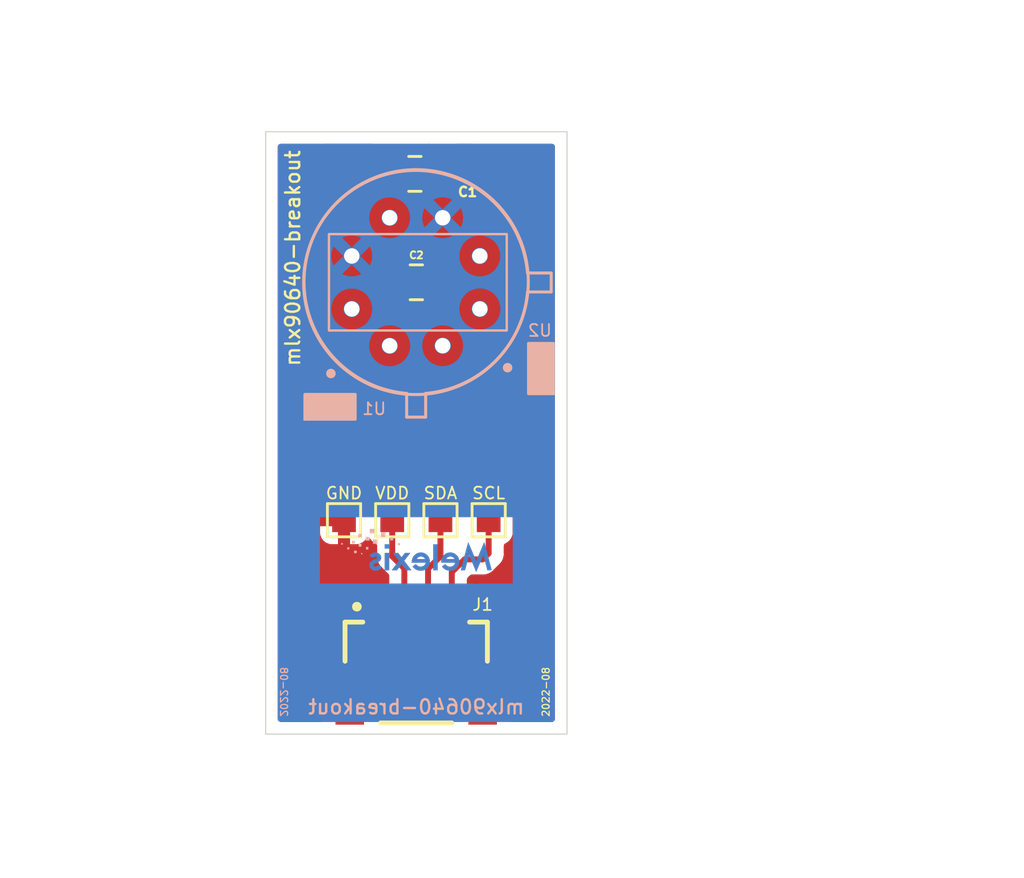
<source format=kicad_pcb>
(kicad_pcb (version 20211014) (generator pcbnew)
  (layers (0 "F.Cu" signal) (31 "B.Cu" signal) (34 "B.Paste" user) (35 "F.Paste" user) (36 "B.SilkS" user "B.Silkscreen") (37 "F.SilkS" user "F.Silkscreen") (38 "B.Mask" user) (39 "F.Mask" user) (44 "Edge.Cuts" user))
  (net 0 "")
  (net 1 "/VDD")
  (net 2 "/SDA")
  (net 3 "/SCL")
  (net 4 "/GND")
  (footprint "TestPoint:TestPoint_Pad_1.0x1.0mm" (layer "F.Cu") (at 113.997999 74.483001)
    (fp_text reference "SCL" (at 0 -1.143) (layer "F.SilkS") (effects (font (size 0.5 0.5) (thickness 0.075))))
    (fp_text value "TestPoint")
    (fp_line (start 0.7 -0.7) (end 0.7 0.7) (layer "F.SilkS") (width 0.12))
    (fp_line (start 0.7 0.7) (end -0.7 0.7) (layer "F.SilkS") (width 0.12))
    (fp_line (start -0.7 0.7) (end -0.7 -0.7) (layer "F.SilkS") (width 0.12))
    (fp_line (start -0.7 -0.7) (end 0.7 -0.7) (layer "F.SilkS") (width 0.12))
    (pad "1" smd rect (at 0 0) (size 1 1) (layers "F.Cu" "F.Mask") (net 3 "/SCL"))
  )
  (footprint "TestPoint:TestPoint_Pad_1.0x1.0mm" (layer "F.Cu") (at 107.901999 74.483001)
    (fp_text reference "GND" (at 0 -1.143) (layer "F.SilkS") (effects (font (size 0.5 0.5) (thickness 0.075))))
    (fp_text value "TestPoint")
    (fp_line (start 0.7 0.7) (end -0.7 0.7) (layer "F.SilkS") (width 0.12))
    (fp_line (start 0.7 -0.7) (end 0.7 0.7) (layer "F.SilkS") (width 0.12))
    (fp_line (start -0.7 -0.7) (end 0.7 -0.7) (layer "F.SilkS") (width 0.12))
    (fp_line (start -0.7 0.7) (end -0.7 -0.7) (layer "F.SilkS") (width 0.12))
    (pad "1" smd rect (at 0 0) (size 1 1) (layers "F.Cu" "F.Mask") (net 4 "/GND"))
  )
  (footprint "Capacitor_SMD:C_0805_2012Metric" (layer "F.Cu") (at 110.888999 59.878001)
    (fp_text reference "C1" (at 2.22 0.762) (layer "F.SilkS") (effects (font (size 0.4 0.4) (thickness 0.1))))
    (fp_text value "100n")
    (fp_line (start -0.261252 -0.735) (end 0.261252 -0.735) (layer "F.SilkS") (width 0.12))
    (fp_line (start -0.261252 0.735) (end 0.261252 0.735) (layer "F.SilkS") (width 0.12))
    (pad "1" smd roundrect (at -0.95 0) (size 1 1.45) (layers "F.Cu" "F.Paste" "F.Mask") (net 1 "/VDD"))
    (pad "2" smd roundrect (at 0.95 0) (size 1 1.45) (layers "F.Cu" "F.Paste" "F.Mask") (net 4 "/GND"))
  )
  (footprint "melexis-temperature:QWIIC_STEMMA_QT" (layer "F.Cu") (at 110.943999 78.428001)
    (fp_text reference "J1" (at 2.8 -0.389) (layer "F.SilkS") (effects (font (size 0.5 0.5) (thickness 0.075))))
    (fp_text value "Conn_01x04_Male")
    (fp_line (start -3 2) (end -3 0.35) (layer "F.SilkS") (width 0.2032))
    (fp_line (start 3 0.35) (end 3 2) (layer "F.SilkS") (width 0.2032))
    (fp_line (start -3 0.35) (end -2.25 0.35) (layer "F.SilkS") (width 0.2032))
    (fp_line (start -1.5 4.6) (end 1.5 4.6) (layer "F.SilkS") (width 0.2032))
    (fp_line (start 2.25 0.35) (end 3 0.35) (layer "F.SilkS") (width 0.2032))
    (fp_circle (center -2.5 -0.3) (end -2.3984 -0.3) (layer "F.SilkS") (width 0.2032) (fill none))
    (pad "1" smd rect (at -1.5 0) (size 0.6 1.35) (layers "F.Cu" "F.Paste" "F.Mask") (net 4 "/GND"))
    (pad "2" smd rect (at -0.5 0) (size 0.6 1.35) (layers "F.Cu" "F.Paste" "F.Mask") (net 1 "/VDD"))
    (pad "3" smd rect (at 0.5 0) (size 0.6 1.35) (layers "F.Cu" "F.Paste" "F.Mask") (net 2 "/SDA"))
    (pad "4" smd rect (at 1.5 0) (size 0.6 1.35) (layers "F.Cu" "F.Paste" "F.Mask") (net 3 "/SCL"))
    (pad "NC1" smd rect (at 2.8 3.675) (size 1.2 2) (layers "F.Cu" "F.Paste" "F.Mask") (net 4 "/GND"))
    (pad "NC2" smd rect (at -2.8 3.675) (size 1.2 2) (layers "F.Cu" "F.Paste" "F.Mask") (net 4 "/GND"))
  )
  (footprint "TestPoint:TestPoint_Pad_1.0x1.0mm" (layer "F.Cu") (at 109.933999 74.483001)
    (fp_text reference "VDD" (at 0 -1.143) (layer "F.SilkS") (effects (font (size 0.5 0.5) (thickness 0.075))))
    (fp_text value "TestPoint")
    (fp_line (start 0.7 -0.7) (end 0.7 0.7) (layer "F.SilkS") (width 0.12))
    (fp_line (start 0.7 0.7) (end -0.7 0.7) (layer "F.SilkS") (width 0.12))
    (fp_line (start -0.7 0.7) (end -0.7 -0.7) (layer "F.SilkS") (width 0.12))
    (fp_line (start -0.7 -0.7) (end 0.7 -0.7) (layer "F.SilkS") (width 0.12))
    (pad "1" smd rect (at 0 0) (size 1 1) (layers "F.Cu" "F.Mask") (net 1 "/VDD"))
  )
  (footprint "my_footprints:mlx_logo_back" (layer "F.Cu") (at 110.949999 76.007001)
    (fp_text reference "G***" hide)
    (fp_text value "LOGO" hide)
    (fp_poly (pts (xy 0.89408 0.5842) (xy 0.71628 0.5842) (xy 0.71628 -0.508) (xy 0.89408 -0.508) (xy 0.89408 0.5842)) (layer "B.Cu") (width 0.01) (fill solid))
    (fp_poly (pts (xy -1.14808 -0.3302) (xy -1.33096 -0.3302) (xy -1.33096 -0.508) (xy -1.14808 -0.508) (xy -1.14808 -0.3302)) (layer "B.Cu") (width 0.01) (fill solid))
    (fp_poly (pts (xy -0.273195 -0.12319) (xy -0.322273 -0.060622) (xy -0.365166 -0.005698) (xy -0.402074 0.041844) (xy -0.433193 0.082264) (xy -0.458721 0.115824) (xy -0.478856 0.142786) (xy -0.493796 0.163412) (xy -0.503738 0.177962) (xy -0.508879 0.186698) (xy -0.509658 0.189698) (xy -0.505953 0.194814) (xy -0.496686 0.207169) (xy -0.48248 0.225944) (xy -0.463959 0.25032) (xy -0.441747 0.279476) (xy -0.416468 0.312592) (xy -0.388745 0.348849) (xy -0.361058 0.385006) (xy -0.33167 0.423412) (xy -0.304204 0.459413) (xy -0.279274 0.492196) (xy -0.257497 0.520947) (xy -0.239485 0.544852) (xy -0.225855 0.563098) (xy -0.217221 0.574872) (xy -0.214207 0.579316) (xy -0.218519 0.581011) (xy -0.232231 0.582382) (xy -0.254586 0.583394) (xy -0.284828 0.584011) (xy -0.318731 0.5842) (xy -0.424949 0.5842) (xy -0.518545 0.463835) (xy -0.542301 0.433278) (xy -0.564188 0.405111) (xy -0.583386 0.380393) (xy -0.599073 0.36018) (xy -0.61043 0.345528) (xy -0.616636 0.337496) (xy -0.617406 0.336488) (xy -0.620285 0.336212) (xy -0.625896 0.340275) (xy -0.634768 0.349291) (xy -0.647428 0.363876) (xy -0.664405 0.384643) (xy -0.686229 0.412208) (xy -0.713427 0.447186) (xy -0.72089 0.456852) (xy -0.819108 0.5842) (xy -0.925174 0.5842) (xy -0.956754 0.584026) (xy -0.984582 0.583541) (xy -1.00717 0.582798) (xy -1.023033 0.581851) (xy -1.030683 0.580752) (xy -1.031155 0.58039) (xy -1.028134 0.575721) (xy -1.019504 0.563802) (xy -1.005866 0.545428) (xy -0.987816 0.521392) (xy -0.965955 0.492488) (xy -0.94088 0.45951) (xy -0.91319 0.423251) (xy -0.883485 0.384507) (xy -0.881369 0.381753) (xy -0.846652 0.336498) (xy -0.817713 0.298583) (xy -0.794079 0.267336) (xy -0.775279 0.242087) (xy -0.760839 0.222165) (xy -0.750287 0.2069) (xy -0.743151 0.195621) (xy -0.738957 0.187657) (xy -0.737233 0.182339) (xy -0.737508 0.178994) (xy -0.737944 0.178226) (xy -0.742384 0.172347) (xy -0.752313 0.159368) (xy -0.767008 0.14023) (xy -0.785747 0.115871) (xy -0.807806 0.087232) (xy -0.832462 0.055253) (xy -0.858993 0.020872) (xy -0.86233 0.016548) (xy -0.888755 -0.017751) (xy -0.91312 -0.049518) (xy -0.934748 -0.077861) (xy -0.952963 -0.101887) (xy -0.967088 -0.120702) (xy -0.976447 -0.133415) (xy -0.980364 -0.139131) (xy -0.98044 -0.139335) (xy -0.975607 -0.140184) (xy -0.962088 -0.140916) (xy -0.941361 -0.141495) (xy -0.9149 -0.141883) (xy -0.88418 -0.142043) (xy -0.87249 -0.142038) (xy -0.76454 -0.141836) (xy -0.69596 -0.050901) (xy -0.676076 -0.024666) (xy -0.65823 -0.001372) (xy -0.643323 0.017827) (xy -0.632258 0.031772) (xy -0.625936 0.039309) (xy -0.62484 0.040313) (xy -0.621129 0.036564) (xy -0.612117 0.0259) (xy -0.598713 0.009447) (xy -0.581831 -0.01167) (xy -0.56238 -0.036327) (xy -0.55118 -0.050651) (xy -0.48006 -0.141894) (xy -0.369144 -0.142067) (xy -0.258227 -0.14224) (xy -0.273195 -0.12319)) (layer "B.Cu") (width 0.01) (fill solid))
    (fp_poly (pts (xy 2.86263 -0.593453) (xy 2.862972 -0.593122) (xy 2.864557 -0.587983) (xy 2.868556 -0.573622) (xy 2.874806 -0.550643) (xy 2.883148 -0.519654) (xy 2.89342 -0.48126) (xy 2.90546 -0.436067) (xy 2.919109 -0.38468) (xy 2.934205 -0.327705) (xy 2.950586 -0.265749) (xy 2.968093 -0.199418) (xy 2.986564 -0.129316) (xy 3.005838 -0.05605) (xy 3.019387 -0.00448) (xy 3.173301 0.58166) (xy 3.086898 0.583053) (xy 3.058241 0.583292) (xy 3.033189 0.583076) (xy 3.013479 0.582455) (xy 3.000848 0.581479) (xy 2.997037 0.580513) (xy 2.995191 0.575039) (xy 2.991024 0.560559) (xy 2.984759 0.537906) (xy 2.976617 0.507911) (xy 2.966823 0.471405) (xy 2.955598 0.42922) (xy 2.943165 0.382186) (xy 2.929747 0.331136) (xy 2.915567 0.276901) (xy 2.910593 0.25781) (xy 2.896232 0.20281) (xy 2.882573 0.150816) (xy 2.869836 0.102645) (xy 2.858241 0.059114) (xy 2.848008 0.021043) (xy 2.839359 -0.010753) (xy 2.832512 -0.035454) (xy 2.827688 -0.052243) (xy 2.825107 -0.060302) (xy 2.824773 -0.060909) (xy 2.822402 -0.056334) (xy 2.816426 -0.043109) (xy 2.807156 -0.02196) (xy 2.794901 0.006388) (xy 2.779971 0.041209) (xy 2.762677 0.081778) (xy 2.743329 0.127368) (xy 2.722236 0.177255) (xy 2.699709 0.230712) (xy 2.676058 0.287014) (xy 2.674817 0.289974) (xy 2.651089 0.346471) (xy 2.628449 0.400211) (xy 2.607209 0.450463) (xy 2.587683 0.496495) (xy 2.570183 0.537574) (xy 2.555021 0.57297) (xy 2.54251 0.601949) (xy 2.532962 0.623782) (xy 2.526691 0.637735) (xy 2.524009 0.643077) (xy 2.523978 0.643103) (xy 2.519988 0.6403) (xy 2.51405 0.630586) (xy 2.510785 0.62369) (xy 2.507261 0.615449) (xy 2.500138 0.598656) (xy 2.48976 0.574123) (xy 2.47647 0.54266) (xy 2.46061 0.505081) (xy 2.442522 0.462196) (xy 2.42255 0.41482) (xy 2.401036 0.363762) (xy 2.378323 0.309835) (xy 2.361905 0.270842) (xy 2.331184 0.198097) (xy 2.304221 0.134733) (xy 2.280994 0.080699) (xy 2.26148 0.035948) (xy 2.245657 0.000427) (xy 2.233504 -0.025911) (xy 2.224998 -0.043118) (xy 2.220117 -0.051242) (xy 2.2189 -0.051738) (xy 2.217014 -0.045396) (xy 2.21283 -0.030094) (xy 2.206579 -0.006713) (xy 2.198493 0.023867) (xy 2.188802 0.060766) (xy 2.177738 0.103102) (xy 2.165531 0.149997) (xy 2.152414 0.200569) (xy 2.138618 0.253938) (xy 2.138602 0.254) (xy 2.124739 0.307655) (xy 2.111512 0.358739) (xy 2.099157 0.40634) (xy 2.087914 0.449546) (xy 2.078021 0.487446) (xy 2.069714 0.51913) (xy 2.063232 0.543685) (xy 2.058812 0.5602) (xy 2.056717 0.56769) (xy 2.051532 0.5842) (xy 1.874326 0.5842) (xy 1.877207 0.57277) (xy 1.885965 0.538305) (xy 1.89649 0.497364) (xy 1.908593 0.450665) (xy 1.922079 0.398924) (xy 1.936759 0.342861) (xy 1.952441 0.283193) (xy 1.968932 0.220637) (xy 1.986042 0.155912) (xy 2.003578 0.089735) (xy 2.021349 0.022824) (xy 2.039163 -0.044102) (xy 2.056829 -0.110327) (xy 2.074155 -0.175132) (xy 2.090949 -0.237799) (xy 2.10702 -0.297611) (xy 2.122177 -0.35385) (xy 2.136226 -0.405798) (xy 2.148978 -0.452737) (xy 2.160239 -0.49395) (xy 2.169819 -0.528718) (xy 2.177526 -0.556323) (xy 2.183169 -0.576048) (xy 2.186555 -0.587176) (xy 2.187484 -0.589463) (xy 2.190086 -0.584521) (xy 2.196291 -0.570887) (xy 2.205806 -0.54925) (xy 2.218335 -0.520299) (xy 2.233586 -0.484725) (xy 2.251263 -0.443218) (xy 2.271073 -0.396468) (xy 2.292722 -0.345163) (xy 2.315915 -0.289995) (xy 2.340359 -0.231653) (xy 2.356923 -0.19201) (xy 2.381971 -0.132127) (xy 2.405935 -0.075089) (xy 2.428523 -0.021574) (xy 2.449446 0.027744) (xy 2.468413 0.072187) (xy 2.485135 0.11108) (xy 2.49932 0.143748) (xy 2.510679 0.169513) (xy 2.518921 0.1877) (xy 2.523757 0.197633) (xy 2.524948 0.199332) (xy 2.527356 0.194162) (xy 2.533378 0.180336) (xy 2.54271 0.15857) (xy 2.555048 0.129582) (xy 2.57009 0.09409) (xy 2.58753 0.052811) (xy 2.607067 0.006464) (xy 2.628396 -0.044235) (xy 2.651215 -0.098568) (xy 2.675218 -0.155817) (xy 2.682298 -0.17272) (xy 2.712694 -0.245304) (xy 2.739408 -0.309081) (xy 2.762681 -0.364616) (xy 2.782758 -0.412474) (xy 2.79988 -0.453219) (xy 2.81429 -0.487415) (xy 2.826232 -0.515629) (xy 2.835946 -0.538423) (xy 2.843677 -0.556363) (xy 2.849667 -0.570014) (xy 2.854158 -0.579939) (xy 2.857394 -0.586704) (xy 2.859616 -0.590873) (xy 2.861068 -0.593011) (xy 2.861991 -0.593683) (xy 2.86263 -0.593453)) (layer "B.Cu") (width 0.01) (fill solid))
    (fp_poly (pts (xy -1.685282 -0.158374) (xy -1.65505 -0.154048) (xy -1.628072 -0.145725) (xy -1.600995 -0.132413) (xy -1.574833 -0.116055) (xy -1.541852 -0.088537) (xy -1.516175 -0.055792) (xy -1.497935 -0.019235) (xy -1.487263 0.019721) (xy -1.48429 0.059663) (xy -1.489148 0.099175) (xy -1.50197 0.136845) (xy -1.522885 0.171259) (xy -1.545809 0.195739) (xy -1.554275 0.20285) (xy -1.563785 0.209868) (xy -1.575375 0.217349) (xy -1.590081 0.22585) (xy -1.60894 0.235926) (xy -1.632988 0.248134) (xy -1.663263 0.26303) (xy -1.7008 0.281169) (xy -1.740621 0.300235) (xy -1.773809 0.318483) (xy -1.796881 0.33674) (xy -1.809881 0.355094) (xy -1.812853 0.373632) (xy -1.805841 0.39244) (xy -1.794396 0.406439) (xy -1.769466 0.424601) (xy -1.74046 0.434374) (xy -1.708891 0.435855) (xy -1.676272 0.42914) (xy -1.644115 0.414326) (xy -1.618007 0.395202) (xy -1.594129 0.374183) (xy -1.527315 0.406703) (xy -1.503308 0.418478) (xy -1.482491 0.42886) (xy -1.466616 0.436961) (xy -1.45743 0.441897) (xy -1.456011 0.442795) (xy -1.45612 0.448717) (xy -1.46227 0.460125) (xy -1.473231 0.475406) (xy -1.487774 0.49295) (xy -1.50467 0.511144) (xy -1.518115 0.524219) (xy -1.5601 0.556694) (xy -1.606402 0.581) (xy -1.655585 0.59674) (xy -1.706208 0.603517) (xy -1.756835 0.600932) (xy -1.779804 0.596473) (xy -1.82227 0.581668) (xy -1.862931 0.558997) (xy -1.899712 0.530088) (xy -1.930536 0.496566) (xy -1.952906 0.460919) (xy -1.967404 0.421451) (xy -1.974115 0.3798) (xy -1.972518 0.339375) (xy -1.971937 0.335847) (xy -1.961736 0.297969) (xy -1.944748 0.263508) (xy -1.920376 0.231891) (xy -1.888023 0.202543) (xy -1.847091 0.17489) (xy -1.796983 0.148357) (xy -1.759514 0.131568) (xy -1.721888 0.114771) (xy -1.693248 0.099807) (xy -1.672733 0.086021) (xy -1.659478 0.072755) (xy -1.652622 0.059355) (xy -1.651162 0.049196) (xy -1.654124 0.030798) (xy -1.663979 0.017688) (xy -1.681464 0.009414) (xy -1.707313 0.005523) (xy -1.723042 0.00508) (xy -1.74513 0.006453) (xy -1.765568 0.011249) (xy -1.787116 0.020476) (xy -1.812534 0.035146) (xy -1.822407 0.041461) (xy -1.854114 0.062097) (xy -1.905432 0.017078) (xy -1.925378 -0.000351) (xy -1.943378 -0.015953) (xy -1.957639 -0.028184) (xy -1.96637 -0.035498) (xy -1.967161 -0.03613) (xy -1.971924 -0.040441) (xy -1.972871 -0.04457) (xy -1.968914 -0.050193) (xy -1.958965 -0.058987) (xy -1.945097 -0.070118) (xy -1.909326 -0.096021) (xy -1.870436 -0.119899) (xy -1.832155 -0.139576) (xy -1.810606 -0.148621) (xy -1.794708 -0.153881) (xy -1.778792 -0.157232) (xy -1.759899 -0.159043) (xy -1.735072 -0.159687) (xy -1.72212 -0.159697) (xy -1.685282 -0.158374)) (layer "B.Cu") (width 0.01) (fill solid))
    (fp_poly (pts (xy 0.226121 -0.161346) (xy 0.247428 -0.158881) (xy 0.270333 -0.154299) (xy 0.276162 -0.15293) (xy 0.333196 -0.134188) (xy 0.386253 -0.106657) (xy 0.434415 -0.071237) (xy 0.47676 -0.028827) (xy 0.512369 0.019672) (xy 0.540322 0.07336) (xy 0.557286 0.12208) (xy 0.563155 0.152951) (xy 0.56624 0.190231) (xy 0.566586 0.230572) (xy 0.564239 0.270623) (xy 0.559243 0.307037) (xy 0.554523 0.327431) (xy 0.533057 0.385059) (xy 0.503271 0.437724) (xy 0.465982 0.484619) (xy 0.422004 0.524936) (xy 0.372154 0.557869) (xy 0.317247 0.582613) (xy 0.28702 0.591961) (xy 0.258274 0.597426) (xy 0.223166 0.600925) (xy 0.185323 0.602356) (xy 0.148369 0.601615) (xy 0.115931 0.598598) (xy 0.10695 0.597107) (xy 0.05025 0.582065) (xy -0.004158 0.559421) (xy -0.054566 0.530213) (xy -0.099264 0.49548) (xy -0.136544 0.456261) (xy -0.146545 0.443049) (xy -0.157786 0.427263) (xy -0.097943 0.382224) (xy -0.076296 0.365998) (xy -0.057209 0.351815) (xy -0.042308 0.340873) (xy -0.033217 0.334371) (xy -0.031544 0.333265) (xy -0.024277 0.334789) (xy -0.011203 0.344467) (xy 0.007551 0.362205) (xy 0.007809 0.362465) (xy 0.044957 0.394276) (xy 0.084553 0.4167) (xy 0.127981 0.430453) (xy 0.144579 0.433385) (xy 0.190654 0.435631) (xy 0.2352 0.429448) (xy 0.276823 0.4155) (xy 0.31413 0.394449) (xy 0.345727 0.366958) (xy 0.370221 0.33369) (xy 0.375574 0.323518) (xy 0.383925 0.305216) (xy 0.390664 0.28856) (xy 0.39406 0.27813) (xy 0.397341 0.26416) (xy -0.194242 0.26416) (xy -0.190719 0.21971) (xy -0.183046 0.157432) (xy -0.172387 0.112216) (xy 0.01016 0.112216) (xy 0.015087 0.113364) (xy 0.029258 0.114387) (xy 0.051757 0.115263) (xy 0.08167 0.115969) (xy 0.11808 0.11648) (xy 0.160072 0.116775) (xy 0.19317 0.11684) (xy 0.37618 0.11684) (xy 0.368589 0.10216) (xy 0.356757 0.084975) (xy 0.339024 0.065772) (xy 0.318408 0.047394) (xy 0.29793 0.032685) (xy 0.29019 0.028333) (xy 0.249187 0.012939) (xy 0.205757 0.006075) (xy 0.161971 0.007644) (xy 0.119901 0.017548) (xy 0.081618 0.035692) (xy 0.077632 0.038249) (xy 0.063529 0.049117) (xy 0.048023 0.063451) (xy 0.033034 0.079145) (xy 0.020482 0.094093) (xy 0.01229 0.10619) (xy 0.01016 0.112216) (xy -0.172387 0.112216) (xy -0.170126 0.102626) (xy -0.151281 0.05369) (xy -0.125834 0.009021) (xy -0.093107 -0.032982) (xy -0.0762 -0.051057) (xy -0.031079 -0.09115) (xy 0.016625 -0.121771) (xy 0.06799 -0.143398) (xy 0.124093 -0.156506) (xy 0.17272 -0.161162) (xy 0.202517 -0.162003) (xy 0.226121 -0.161346)) (layer "B.Cu") (width 0.01) (fill solid))
    (fp_poly (pts (xy 1.498191 -0.157036) (xy 1.50622 -0.155514) (xy 1.560219 -0.139538) (xy 1.612535 -0.114662) (xy 1.661141 -0.082141) (xy 1.70401 -0.043229) (xy 1.723078 -0.021245) (xy 1.756934 0.027075) (xy 1.781525 0.07587) (xy 1.797627 0.127165) (xy 1.806016 0.182989) (xy 1.807011 0.19812) (xy 1.805929 0.262403) (xy 1.795818 0.322175) (xy 1.77649 0.377937) (xy 1.747754 0.430189) (xy 1.70942 0.479434) (xy 1.694069 0.495678) (xy 1.67219 0.516853) (xy 1.653039 0.532692) (xy 1.633025 0.545815) (xy 1.608556 0.558841) (xy 1.605169 0.560513) (xy 1.581121 0.571606) (xy 1.556544 0.581768) (xy 1.535203 0.589489) (xy 1.52654 0.592063) (xy 1.497064 0.597591) (xy 1.461275 0.601061) (xy 1.422827 0.602375) (xy 1.385374 0.601436) (xy 1.352573 0.598145) (xy 1.345359 0.596912) (xy 1.282185 0.579925) (xy 1.223284 0.553872) (xy 1.201265 0.541088) (xy 1.177404 0.524361) (xy 1.151538 0.50321) (xy 1.126475 0.480184) (xy 1.105019 0.457833) (xy 1.092243 0.442021) (xy 1.082029 0.427676) (xy 1.141724 0.382384) (xy 1.163328 0.366066) (xy 1.182397 0.3518) (xy 1.197305 0.340791) (xy 1.206428 0.334244) (xy 1.208121 0.333128) (xy 1.215267 0.334517) (xy 1.228348 0.343738) (xy 1.247493 0.360884) (xy 1.252095 0.365305) (xy 1.28455 0.393374) (xy 1.316449 0.41326) (xy 1.350557 0.42638) (xy 1.385105 0.43353) (xy 1.432848 0.435815) (xy 1.478403 0.429092) (xy 1.520604 0.413935) (xy 1.558288 0.390915) (xy 1.59029 0.360606) (xy 1.615447 0.32358) (xy 1.617769 0.319076) (xy 1.623896 0.307524) (xy 1.629348 0.297699) (xy 1.633434 0.289463) (xy 1.635463 0.282677) (xy 1.634745 0.277203) (xy 1.630587 0.272902) (xy 1.622299 0.269636) (xy 1.60919 0.267266) (xy 1.590569 0.265655) (xy 1.565744 0.264663) (xy 1.534026 0.264153) (xy 1.494723 0.263985) (xy 1.447143 0.264021) (xy 1.390597 0.264123) (xy 1.34366 0.26416) (xy 1.28175 0.264145) (xy 1.229231 0.264086) (xy 1.185332 0.263959) (xy 1.149283 0.263741) (xy 1.120313 0.263409) (xy 1.097653 0.262938) (xy 1.080533 0.262306) (xy 1.068182 0.261489) (xy 1.059832 0.260464) (xy 1.05471 0.259208) (xy 1.052048 0.257696) (xy 1.051076 0.255906) (xy 1.050996 0.25527) (xy 1.051745 0.19228) (xy 1.061716 0.131667) (xy 1.067617 0.113491) (xy 1.24968 0.113491) (xy 1.254571 0.114259) (xy 1.268488 0.114966) (xy 1.290298 0.115589) (xy 1.318868 0.116109) (xy 1.353064 0.116505) (xy 1.391752 0.116755) (xy 1.43256 0.11684) (xy 1.474526 0.116756) (xy 1.513101 0.116518) (xy 1.547152 0.116144) (xy 1.575544 0.115656) (xy 1.597144 0.11507) (xy 1.610819 0.114408) (xy 1.61544 0.11371) (xy 1.612245 0.106611) (xy 1.603994 0.094663) (xy 1.592686 0.080329) (xy 1.580319 0.06607) (xy 1.568895 0.05435) (xy 1.563392 0.049613) (xy 1.52529 0.026382) (xy 1.484406 0.011743) (xy 1.442187 0.005534) (xy 1.400081 0.007589) (xy 1.359534 0.017744) (xy 1.321994 0.035835) (xy 1.288909 0.061697) (xy 1.270251 0.082896) (xy 1.259846 0.09714) (xy 1.252448 0.108152) (xy 1.24968 0.113491) (xy 1.067617 0.113491) (xy 1.080343 0.074293) (xy 1.107061 0.021021) (xy 1.141307 -0.027288) (xy 1.182515 -0.069771) (xy 1.230121 -0.105566) (xy 1.28356 -0.13381) (xy 1.31318 -0.145131) (xy 1.355702 -0.155714) (xy 1.403316 -0.161365) (xy 1.452114 -0.161876) (xy 1.498191 -0.157036)) (layer "B.Cu") (width 0.01) (fill solid))
    (fp_poly (pts (xy -1.14808 0.5842) (xy -1.33096 0.5842) (xy -1.33096 -0.14224) (xy -1.14808 -0.14224) (xy -1.14808 0.5842)) (layer "B.Cu") (width 0.01) (fill solid))
    (fp_poly (pts (xy -1.977255 -0.74041) (xy -1.975849 -0.66548) (xy -2.128792 -0.66548) (xy -2.12598 -0.81534) (xy -1.97866 -0.81534) (xy -1.977255 -0.74041)) (layer "B.SilkS") (width 0.01) (fill solid))
    (fp_poly (pts (xy -0.69596 -0.47752) (xy -0.77216 -0.47752) (xy -0.77216 -0.55372) (xy -0.69596 -0.55372) (xy -0.69596 -0.47752)) (layer "B.SilkS") (width 0.01) (fill solid))
    (fp_poly (pts (xy -0.98044 -0.68072) (xy -1.0922 -0.68072) (xy -1.0922 -0.79248) (xy -0.98044 -0.79248) (xy -0.98044 -0.68072)) (layer "B.SilkS") (width 0.01) (fill solid))
    (fp_poly (pts (xy -2.60096 -0.54864) (xy -2.70764 -0.54864) (xy -2.70764 -0.65024) (xy -2.60096 -0.65024) (xy -2.60096 -0.54864)) (layer "B.SilkS") (width 0.01) (fill solid))
    (fp_poly (pts (xy -1.64592 -0.5334) (xy -1.82372 -0.5334) (xy -1.82372 -0.7112) (xy -1.64592 -0.7112) (xy -1.64592 -0.5334)) (layer "B.SilkS") (width 0.01) (fill solid))
    (fp_poly (pts (xy -2.312519 -0.87503) (xy -2.31394 -0.81026) (xy -2.37871 -0.808839) (xy -2.44348 -0.807417) (xy -2.44348 -0.9398) (xy -2.311097 -0.9398) (xy -2.312519 -0.87503)) (layer "B.SilkS") (width 0.01) (fill solid))
    (fp_poly (pts (xy -2.28092 -0.09144) (xy -2.32664 -0.09144) (xy -2.32664 -0.13716) (xy -2.28092 -0.13716) (xy -2.28092 -0.09144)) (layer "B.SilkS") (width 0.01) (fill solid))
    (fp_poly (pts (xy -3.10388 -0.49784) (xy -3.16484 -0.49784) (xy -3.16484 -0.5588) (xy -3.10388 -0.5588) (xy -3.10388 -0.49784)) (layer "B.SilkS") (width 0.01) (fill solid))
    (fp_poly (pts (xy -2.82956 -0.29972) (xy -2.90576 -0.29972) (xy -2.90576 -0.37592) (xy -2.82956 -0.37592) (xy -2.82956 -0.29972)) (layer "B.SilkS") (width 0.01) (fill solid))
    (fp_poly (pts (xy -2.02692 -0.29464) (xy -2.11836 -0.29464) (xy -2.11836 -0.39116) (xy -2.02692 -0.39116) (xy -2.02692 -0.29464)) (layer "B.SilkS") (width 0.01) (fill solid))
    (fp_poly (pts (xy -1.306713 -0.915788) (xy -1.3081 -0.8255) (xy -1.395844 -0.82411) (xy -1.429219 -0.823746) (xy -1.453655 -0.823914) (xy -1.470361 -0.824684) (xy -1.480546 -0.826128) (xy -1.485421 -0.828315) (xy -1.486145 -0.829385) (xy -1.486922 -0.836507) (xy -1.487432 -0.851929) (xy -1.487651 -0.87379) (xy -1.487555 -0.900235) (xy -1.487301 -0.919676) (xy -1.4859 -1.0033) (xy -1.395613 -1.004688) (xy -1.305325 -1.006076) (xy -1.306713 -0.915788)) (layer "B.SilkS") (width 0.01) (fill solid))
    (fp_poly (pts (xy -2.31648 -0.41148) (xy -2.42824 -0.41148) (xy -2.42824 -0.52832) (xy -2.31648 -0.52832) (xy -2.31648 -0.41148)) (layer "B.SilkS") (width 0.01) (fill solid))
    (fp_poly (pts (xy -1.778 -0.97536) (xy -1.9558 -0.97536) (xy -1.9558 -1.15316) (xy -1.778 -1.15316) (xy -1.778 -0.97536)) (layer "B.SilkS") (width 0.01) (fill solid))
    (fp_poly (pts (xy -2.51968 -0.13716) (xy -2.62128 -0.13716) (xy -2.62128 -0.23876) (xy -2.51968 -0.23876) (xy -2.51968 -0.13716)) (layer "B.SilkS") (width 0.01) (fill solid))
  )
  (footprint "Capacitor_SMD:C_0805_2012Metric" (layer "F.Cu") (at 110.949999 64.450001)
    (fp_text reference "C2" (at 0 -1.143) (layer "F.SilkS") (effects (font (size 0.3 0.3) (thickness 0.075))))
    (fp_text value "10u")
    (fp_line (start -0.261252 -0.735) (end 0.261252 -0.735) (layer "F.SilkS") (width 0.12))
    (fp_line (start -0.261252 0.735) (end 0.261252 0.735) (layer "F.SilkS") (width 0.12))
    (pad "1" smd roundrect (at -0.95 0) (size 1 1.45) (layers "F.Cu" "F.Paste" "F.Mask") (net 1 "/VDD"))
    (pad "2" smd roundrect (at 0.95 0) (size 1 1.45) (layers "F.Cu" "F.Paste" "F.Mask") (net 4 "/GND"))
  )
  (footprint "TestPoint:TestPoint_Pad_1.0x1.0mm" (layer "F.Cu") (at 111.965999 74.483001)
    (fp_text reference "SDA" (at 0 -1.143) (layer "F.SilkS") (effects (font (size 0.5 0.5) (thickness 0.075))))
    (fp_text value "TestPoint")
    (fp_line (start 0.7 0.7) (end -0.7 0.7) (layer "F.SilkS") (width 0.12))
    (fp_line (start -0.7 -0.7) (end 0.7 -0.7) (layer "F.SilkS") (width 0.12))
    (fp_line (start -0.7 0.7) (end -0.7 -0.7) (layer "F.SilkS") (width 0.12))
    (fp_line (start 0.7 -0.7) (end 0.7 0.7) (layer "F.SilkS") (width 0.12))
    (pad "1" smd rect (at 0 0) (size 1 1) (layers "F.Cu" "F.Mask") (net 2 "/SDA"))
  )
  (footprint "melexis-temperature:mlx90640_41" (layer "B.Cu") (at 110.949999 64.450001 90)
    (fp_text reference "U2" (at -2.032 5.207 180) (layer "B.SilkS") (effects (font (size 0.5 0.5) (thickness 0.075)) (justify mirror)))
    (fp_text value "MLX90640")
    (fp_circle (center -1.123955 2.67674) (end -1.122955 2.67674) (layer "F.Cu") (width 1.6) (fill none))
    (fp_circle (center -1.124989 -2.721208) (end -1.124889 -2.721208) (layer "F.Cu") (width 1.6) (fill none))
    (fp_circle (center 1.109882 2.674248) (end 1.109982 2.674248) (layer "F.Cu") (width 1.6) (fill none))
    (fp_circle (center 1.109881 -2.721205) (end 1.109891 -2.721205) (layer "F.Cu") (width 1.6) (fill none))
    (fp_line (start -0.407764 5.684248) (end 0.392661 5.684238) (layer "B.SilkS") (width 0.127))
    (fp_line (start 0.392653 4.684436) (end 0.392661 5.684238) (layer "B.SilkS") (width 0.127))
    (fp_line (start -0.407764 5.684248) (end -0.407773 4.684447) (layer "B.SilkS") (width 0.127))
    (fp_rect (start -4.7 5.775) (end -2.575 4.725) (layer "B.SilkS") (width 0.12) (fill solid))
    (fp_arc (start -0.407773 4.684447) (mid -0.00769 -4.749226) (end 0.392653 4.684436) (layer "B.SilkS") (width 0.127))
    (fp_circle (center -3.600272 3.845936) (end -3.507884 3.807668) (layer "B.SilkS") (width 0.2) (fill none))
    (pad "1" thru_hole custom (at -1.123955 2.67674 90) (size 0.7 0.7) (drill 0.65) (layers *.Cu *.Mask) (net 2 "/SDA") (options (clearance outline) (anchor circle)) (primitives))
    (pad "2" thru_hole circle (at -1.124989 -2.721208 90) (size 0.7 0.7) (drill 0.65) (layers *.Cu *.Mask) (net 1 "/VDD"))
    (pad "3" thru_hole circle (at 1.109881 -2.721205 90) (size 0.7 0.7) (drill 0.65) (layers *.Cu *.Mask) (net 4 "/GND"))
    (pad "4" thru_hole circle (at 1.109882 2.674248 90) (size 0.7 0.7) (drill 0.65) (layers *.Cu *.Mask) (net 3 "/SCL"))
  )
  (footprint "melexis-temperature:mlx90640_41" (layer "B.Cu") (at 110.949999 64.450001)
    (fp_text reference "U1" (at -1.778 5.334 180) (layer "B.SilkS") (effects (font (size 0.5 0.5) (thickness 0.075)) (justify mirror)))
    (fp_text value "MLX90640")
    (fp_circle (center -1.124989 -2.721208) (end -1.124889 -2.721208) (layer "F.Cu") (width 1.6) (fill none))
    (fp_circle (center 1.109882 2.674248) (end 1.109982 2.674248) (layer "F.Cu") (width 1.6) (fill none))
    (fp_circle (center 1.109881 -2.721205) (end 1.109891 -2.721205) (layer "F.Cu") (width 1.6) (fill none))
    (fp_circle (center -1.123955 2.67674) (end -1.122955 2.67674) (layer "F.Cu") (width 1.6) (fill none))
    (fp_line (start -0.407764 5.684248) (end 0.392661 5.684238) (layer "B.SilkS") (width 0.127))
    (fp_line (start -0.407764 5.684248) (end -0.407773 4.684447) (layer "B.SilkS") (width 0.127))
    (fp_line (start 0.392653 4.684436) (end 0.392661 5.684238) (layer "B.SilkS") (width 0.127))
    (fp_rect (start -4.7 5.775) (end -2.575 4.725) (layer "B.SilkS") (width 0.12) (fill solid))
    (fp_arc (start -0.407773 4.684447) (mid -0.00769 -4.749226) (end 0.392653 4.684436) (layer "B.SilkS") (width 0.127))
    (fp_circle (center -3.600272 3.845936) (end -3.507884 3.807668) (layer "B.SilkS") (width 0.2) (fill none))
    (pad "1" thru_hole custom (at -1.123955 2.67674) (size 0.7 0.7) (drill 0.65) (layers *.Cu *.Mask) (net 2 "/SDA") (options (clearance outline) (anchor circle)) (primitives))
    (pad "2" thru_hole circle (at -1.124989 -2.721208) (size 0.7 0.7) (drill 0.65) (layers *.Cu *.Mask) (net 1 "/VDD"))
    (pad "3" thru_hole circle (at 1.109881 -2.721205) (size 0.7 0.7) (drill 0.65) (layers *.Cu *.Mask) (net 4 "/GND"))
    (pad "4" thru_hole circle (at 1.109882 2.674248) (size 0.7 0.7) (drill 0.65) (layers *.Cu *.Mask) (net 3 "/SCL"))
  )
  (gr_rect (start 107.266999 62.418001) (end 114.759999 66.482001) (layer "B.SilkS") (width 0.1) (fill none))
  (gr_line (start 104.599999 58.100001) (end 117.299999 58.100001) (layer "Edge.Cuts") (width 0.05))
  (gr_line (start 117.299999 58.100001) (end 117.299999 83.500001) (layer "Edge.Cuts") (width 0.05))
  (gr_line (start 104.599999 58.100001) (end 104.599999 83.500001) (layer "Edge.Cuts") (width 0.05))
  (gr_line (start 104.599999 83.500001) (end 117.299999 83.500001) (layer "Edge.Cuts") (width 0.05))
  (gr_text "mlx90640-breakout" (at 110.949999 82.357001) (layer "B.SilkS") (effects (font (size 0.6 0.6) (thickness 0.1)) (justify mirror)))
  (gr_text "2022-08" (at 105.361999 81.722001 270) (layer "B.SilkS") (effects (font (size 0.3 0.3) (thickness 0.05)) (justify mirror)))
  (gr_text "2022-08" (at 116.410999 81.722001 90) (layer "F.SilkS") (effects (font (size 0.3 0.3) (thickness 0.05))))
  (gr_text "mlx90640-breakout" (at 105.742999 63.434001 90) (layer "F.SilkS") (effects (font (size 0.6 0.6) (thickness 0.1))))
  (segment (start 109.933999 74.483001) (end 109.933999 72.197001) (width 0.25) (layer "F.Cu") (net 1))
  (segment (start 109.933999 74.483001) (end 109.933999 76.007001) (width 0.25) (layer "F.Cu") (net 1))
  (segment (start 109.82501 61.728793) (end 109.82501 59.99199) (width 0.25) (layer "F.Cu") (net 1))
  (segment (start 109.868291 64.323001) (end 109.761855 64.216565) (width 0.25) (layer "F.Cu") (net 1))
  (segment (start 108.181563 65.567437) (end 109.425999 64.323001) (width 0.25) (layer "F.Cu") (net 1))
  (segment (start 109.933999 72.197001) (end 108.252271 70.515273) (width 0.25) (layer "F.Cu") (net 1))
  (segment (start 109.82501 59.99199) (end 109.938999 59.878001) (width 0.25) (layer "F.Cu") (net 1))
  (segment (start 109.425999 64.323001) (end 109.868291 64.323001) (width 0.25) (layer "F.Cu") (net 1))
  (segment (start 109.933999 76.007001) (end 110.443999 76.517001) (width 0.25) (layer "F.Cu") (net 1))
  (segment (start 110.443999 76.517001) (end 110.443999 78.428001) (width 0.25) (layer "F.Cu") (net 1))
  (segment (start 108.252271 70.515273) (end 108.252271 65.567437) (width 0.25) (layer "F.Cu") (net 1))
  (segment (start 109.761855 64.216565) (end 109.761855 61.752273) (width 0.25) (layer "F.Cu") (net 1))
  (segment (start 110.441999 71.308001) (end 109.833366 70.699368) (width 0.25) (layer "F.Cu") (net 2))
  (segment (start 109.833366 70.699368) (end 109.833366 67.167002) (width 0.25) (layer "F.Cu") (net 2))
  (segment (start 111.965999 74.483001) (end 111.965999 71.943001) (width 0.25) (layer "F.Cu") (net 2))
  (segment (start 111.965999 76.007001) (end 111.965999 74.483001) (width 0.25) (layer "F.Cu") (net 2))
  (segment (start 111.443999 76.529001) (end 111.965999 76.007001) (width 0.25) (layer "F.Cu") (net 2))
  (segment (start 111.330999 71.308001) (end 110.441999 71.308001) (width 0.25) (layer "F.Cu") (net 2))
  (segment (start 111.443999 78.428001) (end 111.443999 76.529001) (width 0.25) (layer "F.Cu") (net 2))
  (segment (start 111.163417 65.847001) (end 113.396219 65.847001) (width 0.25) (layer "F.Cu") (net 2))
  (segment (start 111.965999 71.943001) (end 111.330999 71.308001) (width 0.25) (layer "F.Cu") (net 2))
  (segment (start 109.833598 67.17682) (end 111.163417 65.847001) (width 0.25) (layer "F.Cu") (net 2))
  (segment (start 113.396219 65.847001) (end 113.650219 65.593001) (width 0.25) (layer "F.Cu") (net 2))
  (segment (start 112.443999 76.672001) (end 112.981999 76.134001) (width 0.25) (layer "F.Cu") (net 3))
  (segment (start 114.538771 67.211229) (end 112.067435 67.211229) (width 0.25) (layer "F.Cu") (net 3))
  (segment (start 113.647727 63.396065) (end 114.722063 63.396065) (width 0.25) (layer "F.Cu") (net 3))
  (segment (start 112.981999 76.134001) (end 113.743999 76.134001) (width 0.25) (layer "F.Cu") (net 3))
  (segment (start 115.013999 66.736001) (end 114.538771 67.211229) (width 0.25) (layer "F.Cu") (net 3))
  (segment (start 112.443999 78.428001) (end 112.443999 76.672001) (width 0.25) (layer "F.Cu") (net 3))
  (segment (start 112.067203 70.012205) (end 112.067203 67.16451) (width 0.25) (layer "F.Cu") (net 3))
  (segment (start 113.997999 71.943001) (end 112.067203 70.012205) (width 0.25) (layer "F.Cu") (net 3))
  (segment (start 113.997999 75.880001) (end 113.997999 74.483001) (width 0.25) (layer "F.Cu") (net 3))
  (segment (start 113.743999 76.134001) (end 113.997999 75.880001) (width 0.25) (layer "F.Cu") (net 3))
  (segment (start 114.722063 63.396065) (end 115.013999 63.688001) (width 0.25) (layer "F.Cu") (net 3))
  (segment (start 115.013999 63.688001) (end 115.013999 66.736001) (width 0.25) (layer "F.Cu") (net 3))
  (segment (start 113.997999 74.483001) (end 113.997999 71.943001) (width 0.25) (layer "F.Cu") (net 3))
  (segment (start 107.901999 73.086001) (end 107.901999 74.483001) (width 0.25) (layer "F.Cu") (net 4))
  (segment (start 113.235999 59.497001) (end 112.854999 59.878001) (width 0.25) (layer "F.Cu") (net 4))
  (segment (start 106.250999 63.053001) (end 106.250999 63.281436) (width 0.25) (layer "F.Cu") (net 4))
  (segment (start 111.838999 64.297436) (end 112.067434 64.069001) (width 0.25) (layer "F.Cu") (net 4))
  (segment (start 108.143999 78.428001) (end 109.443999 78.428001) (width 0.25) (layer "F.Cu") (net 4))
  (segment (start 113.235999 58.735001) (end 113.235999 59.497001) (width 0.25) (layer "F.Cu") (net 4))
  (segment (start 112.067434 59.318871) (end 111.483564 58.735001) (width 0.25) (layer "F.Cu") (net 4))
  (segment (start 109.443999 78.428001) (end 108.163999 78.428001) (width 0.25) (layer "F.Cu") (net 4))
  (segment (start 107.901999 78.166001) (end 107.901999 74.483001) (width 0.25) (layer "F.Cu") (net 4))
  (segment (start 112.854999 59.878001) (end 111.838999 59.878001) (width 0.25) (layer "F.Cu") (net 4))
  (segment (start 108.143999 82.103001) (end 108.143999 78.428001) (width 0.25) (layer "F.Cu") (net 4))
  (segment (start 108.163999 78.428001) (end 107.901999 78.166001) (width 0.25) (layer "F.Cu") (net 4))
  (segment (start 106.250999 71.435001) (end 107.901999 73.086001) (width 0.25) (layer "F.Cu") (net 4))
  (segment (start 106.250999 71.435001) (end 106.250999 63.053001) (width 0.25) (layer "F.Cu") (net 4))
  (segment (start 111.483564 58.735001) (end 113.235999 58.735001) (width 0.25) (layer "F.Cu") (net 4))
  (segment (start 112.067434 64.069001) (end 112.067434 59.318871) (width 0.25) (layer "F.Cu") (net 4))
  (segment (start 113.743999 82.103001) (end 108.143999 82.103001) (width 0.25) (layer "F.Cu") (net 4))
  (segment (start 107.114434 58.735001) (end 106.250999 59.598436) (width 0.25) (layer "F.Cu") (net 4))
  (segment (start 106.250999 63.281436) (end 106.276564 63.307001) (width 0.25) (layer "F.Cu") (net 4))
  (segment (start 106.250999 59.598436) (end 106.250999 63.053001) (width 0.25) (layer "F.Cu") (net 4))
  (segment (start 111.483564 58.735001) (end 107.114434 58.735001) (width 0.25) (layer "F.Cu") (net 4))
  (segment (start 106.276564 63.307001) (end 108.252273 63.307001) (width 0.25) (layer "F.Cu") (net 4))
  (zone (net 4) (net_name "/GND") (layers F&B.Cu) (connect_pads (clearance 0.508)) (min_thickness 0.254) (fill yes (thermal_gap 0.508) (thermal_bridge_width 0.508))
    (polygon (pts (xy 117.172999 83.373001) (xy 104.726999 83.373001) (xy 104.726999 58.227001) (xy 117.172999 58.227001)))
  )
  (zone (net 0) (net_name "") (layer "B.Cu") (connect_pads (clearance 0)) (min_thickness 0.254)
    (keepout (tracks allowed) (vias allowed) (pads allowed) (copperpour not_allowed) (footprints allowed))
    (fill (thermal_gap 0.508) (thermal_bridge_width 0.508))
    (polygon (pts (xy 115.013999 77.150001) (xy 106.885999 77.150001) (xy 106.885999 74.356001) (xy 115.013999 74.356001)))
  )
)
</source>
